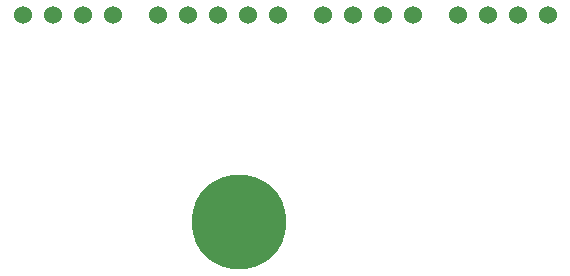
<source format=gbr>
G04 #@! TF.GenerationSoftware,KiCad,Pcbnew,(5.0.0-rc2-dev-586-g888c43477)*
G04 #@! TF.CreationDate,2018-06-03T12:09:19-03:00*
G04 #@! TF.ProjectId,Signal,5369676E616C2E6B696361645F706362,rev?*
G04 #@! TF.SameCoordinates,Original*
G04 #@! TF.FileFunction,Soldermask,Top*
G04 #@! TF.FilePolarity,Negative*
%FSLAX46Y46*%
G04 Gerber Fmt 4.6, Leading zero omitted, Abs format (unit mm)*
G04 Created by KiCad (PCBNEW (5.0.0-rc2-dev-586-g888c43477)) date 06/03/18 12:09:19*
%MOMM*%
%LPD*%
G01*
G04 APERTURE LIST*
%ADD10C,8.000000*%
%ADD11C,0.900000*%
%ADD12C,1.524000*%
G04 APERTURE END LIST*
D10*
X48006000Y-37846000D03*
D11*
X51006000Y-37846000D03*
X50127320Y-39967320D03*
X48006000Y-40846000D03*
X45884680Y-39967320D03*
X45006000Y-37846000D03*
X45884680Y-35724680D03*
X48006000Y-34846000D03*
X50127320Y-35724680D03*
D12*
X71628000Y-20320000D03*
X69088000Y-20320000D03*
X66548000Y-20320000D03*
X62738000Y-20320000D03*
X60198000Y-20320000D03*
X57658000Y-20320000D03*
X55118000Y-20320000D03*
X51308000Y-20320000D03*
X48768000Y-20320000D03*
X46228000Y-20320000D03*
X43688000Y-20320000D03*
X41148000Y-20320000D03*
X37338000Y-20320000D03*
X34798000Y-20320000D03*
X32258000Y-20320000D03*
X29718000Y-20320000D03*
X74168000Y-20320000D03*
M02*

</source>
